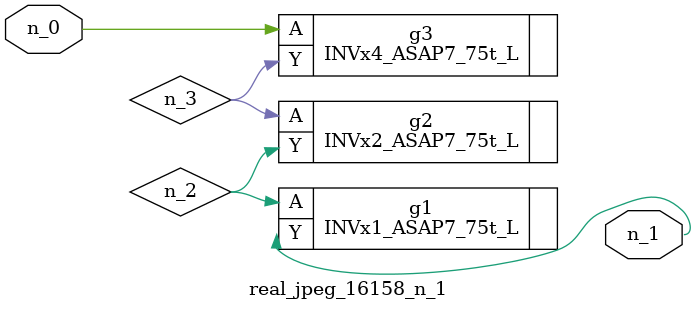
<source format=v>
module real_jpeg_16158_n_1 (n_0, n_1);

input n_0;

output n_1;

wire n_3;
wire n_2;

INVx4_ASAP7_75t_L g3 ( 
.A(n_0),
.Y(n_3)
);

INVx1_ASAP7_75t_L g1 ( 
.A(n_2),
.Y(n_1)
);

INVx2_ASAP7_75t_L g2 ( 
.A(n_3),
.Y(n_2)
);


endmodule
</source>
